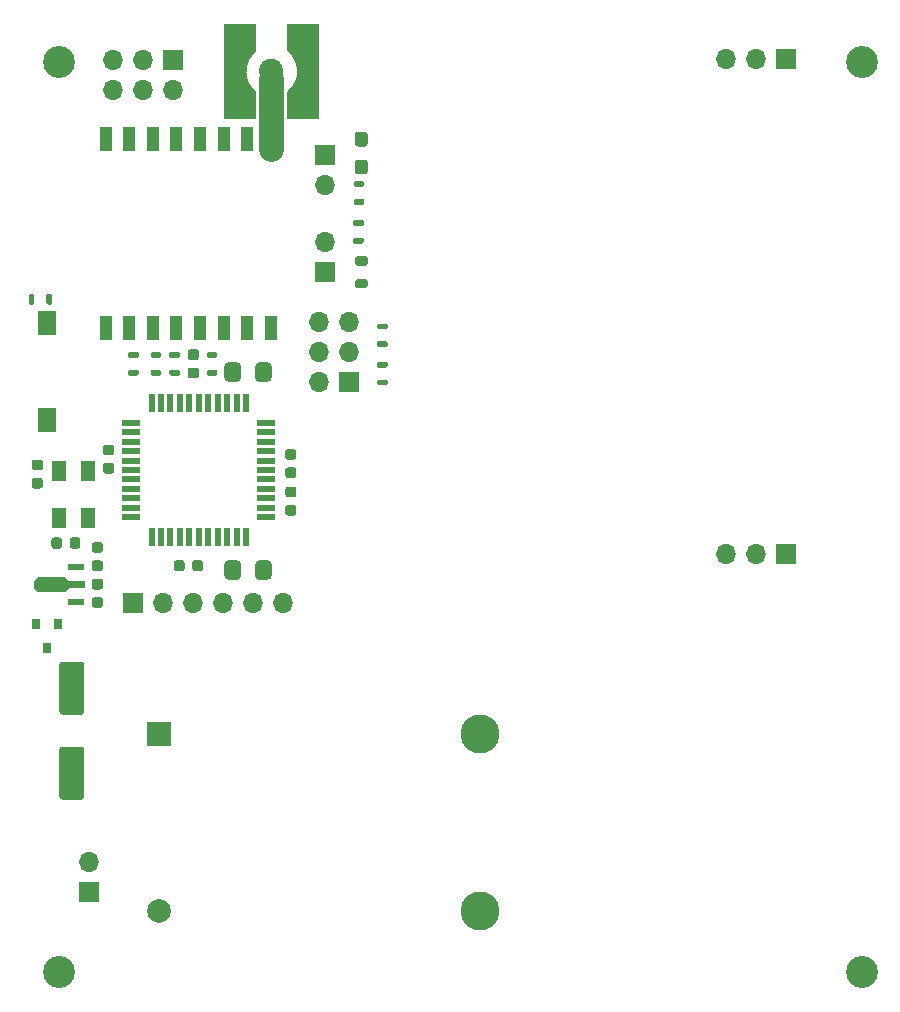
<source format=gbr>
%TF.GenerationSoftware,KiCad,Pcbnew,(5.1.10-1-10_14)*%
%TF.CreationDate,2021-08-31T00:30:18+02:00*%
%TF.ProjectId,mfm-v3-smd,6d666d2d-7633-42d7-936d-642e6b696361,rev?*%
%TF.SameCoordinates,Original*%
%TF.FileFunction,Soldermask,Top*%
%TF.FilePolarity,Negative*%
%FSLAX46Y46*%
G04 Gerber Fmt 4.6, Leading zero omitted, Abs format (unit mm)*
G04 Created by KiCad (PCBNEW (5.1.10-1-10_14)) date 2021-08-31 00:30:18*
%MOMM*%
%LPD*%
G01*
G04 APERTURE LIST*
%ADD10C,2.127000*%
%ADD11C,0.010000*%
%ADD12C,2.050000*%
%ADD13O,1.700000X1.700000*%
%ADD14R,1.700000X1.700000*%
%ADD15C,3.300000*%
%ADD16C,2.000000*%
%ADD17R,2.000000X2.000000*%
%ADD18R,0.800000X0.900000*%
%ADD19R,1.500000X0.550000*%
%ADD20R,0.550000X1.500000*%
%ADD21C,2.700000*%
%ADD22R,1.500000X2.000000*%
%ADD23R,1.200000X1.800000*%
%ADD24R,1.400000X0.480000*%
%ADD25C,0.100000*%
%ADD26R,1.000000X2.000000*%
G04 APERTURE END LIST*
D10*
X39807200Y-84836500D02*
X39807200Y-90742800D01*
D11*
%TO.C,J11*%
G36*
X41147200Y-80208300D02*
G01*
X43787200Y-80208300D01*
X43787200Y-88168300D01*
X41147200Y-88168300D01*
X41147200Y-85908300D01*
X41198694Y-85865368D01*
X41248030Y-85821719D01*
X41296076Y-85776654D01*
X41342791Y-85730210D01*
X41388135Y-85682427D01*
X41432071Y-85633346D01*
X41474560Y-85583007D01*
X41515567Y-85531454D01*
X41555058Y-85478730D01*
X41592998Y-85424880D01*
X41629356Y-85369949D01*
X41664101Y-85313984D01*
X41697203Y-85257032D01*
X41728635Y-85199141D01*
X41758370Y-85140361D01*
X41786383Y-85080740D01*
X41812650Y-85020330D01*
X41837149Y-84959182D01*
X41859859Y-84897347D01*
X41880761Y-84834878D01*
X41899837Y-84771827D01*
X41917072Y-84708248D01*
X41932449Y-84644195D01*
X41945958Y-84579721D01*
X41957585Y-84514882D01*
X41967322Y-84449732D01*
X41975160Y-84384327D01*
X41981092Y-84318721D01*
X41985113Y-84252970D01*
X41987200Y-84188300D01*
X41986273Y-84136576D01*
X41983332Y-84069217D01*
X41978433Y-84001971D01*
X41971580Y-83934896D01*
X41962779Y-83868049D01*
X41952038Y-83801487D01*
X41939366Y-83735264D01*
X41924773Y-83669439D01*
X41908271Y-83604065D01*
X41889875Y-83539200D01*
X41869601Y-83474896D01*
X41847464Y-83411210D01*
X41823485Y-83348195D01*
X41797683Y-83285903D01*
X41770080Y-83224388D01*
X41740700Y-83163703D01*
X41709567Y-83103897D01*
X41676708Y-83045022D01*
X41642150Y-82987128D01*
X41605923Y-82930263D01*
X41568058Y-82874476D01*
X41528586Y-82819814D01*
X41487541Y-82766323D01*
X41444958Y-82714049D01*
X41400872Y-82663035D01*
X41355321Y-82613325D01*
X41308344Y-82564961D01*
X41259980Y-82517983D01*
X41210269Y-82472432D01*
X41147200Y-82418300D01*
X41147200Y-80208300D01*
G37*
X41147200Y-80208300D02*
X43787200Y-80208300D01*
X43787200Y-88168300D01*
X41147200Y-88168300D01*
X41147200Y-85908300D01*
X41198694Y-85865368D01*
X41248030Y-85821719D01*
X41296076Y-85776654D01*
X41342791Y-85730210D01*
X41388135Y-85682427D01*
X41432071Y-85633346D01*
X41474560Y-85583007D01*
X41515567Y-85531454D01*
X41555058Y-85478730D01*
X41592998Y-85424880D01*
X41629356Y-85369949D01*
X41664101Y-85313984D01*
X41697203Y-85257032D01*
X41728635Y-85199141D01*
X41758370Y-85140361D01*
X41786383Y-85080740D01*
X41812650Y-85020330D01*
X41837149Y-84959182D01*
X41859859Y-84897347D01*
X41880761Y-84834878D01*
X41899837Y-84771827D01*
X41917072Y-84708248D01*
X41932449Y-84644195D01*
X41945958Y-84579721D01*
X41957585Y-84514882D01*
X41967322Y-84449732D01*
X41975160Y-84384327D01*
X41981092Y-84318721D01*
X41985113Y-84252970D01*
X41987200Y-84188300D01*
X41986273Y-84136576D01*
X41983332Y-84069217D01*
X41978433Y-84001971D01*
X41971580Y-83934896D01*
X41962779Y-83868049D01*
X41952038Y-83801487D01*
X41939366Y-83735264D01*
X41924773Y-83669439D01*
X41908271Y-83604065D01*
X41889875Y-83539200D01*
X41869601Y-83474896D01*
X41847464Y-83411210D01*
X41823485Y-83348195D01*
X41797683Y-83285903D01*
X41770080Y-83224388D01*
X41740700Y-83163703D01*
X41709567Y-83103897D01*
X41676708Y-83045022D01*
X41642150Y-82987128D01*
X41605923Y-82930263D01*
X41568058Y-82874476D01*
X41528586Y-82819814D01*
X41487541Y-82766323D01*
X41444958Y-82714049D01*
X41400872Y-82663035D01*
X41355321Y-82613325D01*
X41308344Y-82564961D01*
X41259980Y-82517983D01*
X41210269Y-82472432D01*
X41147200Y-82418300D01*
X41147200Y-80208300D01*
G36*
X38467200Y-80208300D02*
G01*
X35827200Y-80208300D01*
X35827200Y-88168300D01*
X38467200Y-88168300D01*
X38467200Y-85908300D01*
X38426130Y-85875063D01*
X38377211Y-85833283D01*
X38329529Y-85790098D01*
X38283123Y-85745544D01*
X38238032Y-85699659D01*
X38194295Y-85652483D01*
X38151949Y-85604054D01*
X38111029Y-85554414D01*
X38071570Y-85503605D01*
X38033605Y-85451670D01*
X37997167Y-85398652D01*
X37962287Y-85344597D01*
X37928993Y-85289551D01*
X37897315Y-85233559D01*
X37867278Y-85176670D01*
X37838909Y-85118932D01*
X37812231Y-85060392D01*
X37787267Y-85001102D01*
X37764038Y-84941110D01*
X37742564Y-84880468D01*
X37722862Y-84819228D01*
X37704950Y-84757440D01*
X37688843Y-84695157D01*
X37674554Y-84632433D01*
X37662095Y-84569319D01*
X37651477Y-84505870D01*
X37642709Y-84442138D01*
X37635799Y-84378179D01*
X37630751Y-84314045D01*
X37627200Y-84238300D01*
X37628185Y-84160018D01*
X37631194Y-84091101D01*
X37636206Y-84022301D01*
X37643217Y-83953676D01*
X37652221Y-83885284D01*
X37663210Y-83817183D01*
X37676176Y-83749430D01*
X37691106Y-83682083D01*
X37707989Y-83615198D01*
X37726810Y-83548833D01*
X37747554Y-83483044D01*
X37770202Y-83417885D01*
X37794735Y-83353413D01*
X37821134Y-83289682D01*
X37849375Y-83226745D01*
X37879434Y-83164657D01*
X37911286Y-83103469D01*
X37944905Y-83043233D01*
X37980261Y-82984001D01*
X38017326Y-82925822D01*
X38056066Y-82868745D01*
X38096450Y-82812820D01*
X38138444Y-82758092D01*
X38182012Y-82704610D01*
X38227117Y-82652417D01*
X38273720Y-82601557D01*
X38321784Y-82552075D01*
X38371266Y-82504012D01*
X38422125Y-82457408D01*
X38467200Y-82418300D01*
X38467200Y-80208300D01*
G37*
X38467200Y-80208300D02*
X35827200Y-80208300D01*
X35827200Y-88168300D01*
X38467200Y-88168300D01*
X38467200Y-85908300D01*
X38426130Y-85875063D01*
X38377211Y-85833283D01*
X38329529Y-85790098D01*
X38283123Y-85745544D01*
X38238032Y-85699659D01*
X38194295Y-85652483D01*
X38151949Y-85604054D01*
X38111029Y-85554414D01*
X38071570Y-85503605D01*
X38033605Y-85451670D01*
X37997167Y-85398652D01*
X37962287Y-85344597D01*
X37928993Y-85289551D01*
X37897315Y-85233559D01*
X37867278Y-85176670D01*
X37838909Y-85118932D01*
X37812231Y-85060392D01*
X37787267Y-85001102D01*
X37764038Y-84941110D01*
X37742564Y-84880468D01*
X37722862Y-84819228D01*
X37704950Y-84757440D01*
X37688843Y-84695157D01*
X37674554Y-84632433D01*
X37662095Y-84569319D01*
X37651477Y-84505870D01*
X37642709Y-84442138D01*
X37635799Y-84378179D01*
X37630751Y-84314045D01*
X37627200Y-84238300D01*
X37628185Y-84160018D01*
X37631194Y-84091101D01*
X37636206Y-84022301D01*
X37643217Y-83953676D01*
X37652221Y-83885284D01*
X37663210Y-83817183D01*
X37676176Y-83749430D01*
X37691106Y-83682083D01*
X37707989Y-83615198D01*
X37726810Y-83548833D01*
X37747554Y-83483044D01*
X37770202Y-83417885D01*
X37794735Y-83353413D01*
X37821134Y-83289682D01*
X37849375Y-83226745D01*
X37879434Y-83164657D01*
X37911286Y-83103469D01*
X37944905Y-83043233D01*
X37980261Y-82984001D01*
X38017326Y-82925822D01*
X38056066Y-82868745D01*
X38096450Y-82812820D01*
X38138444Y-82758092D01*
X38182012Y-82704610D01*
X38227117Y-82652417D01*
X38273720Y-82601557D01*
X38321784Y-82552075D01*
X38371266Y-82504012D01*
X38422125Y-82457408D01*
X38467200Y-82418300D01*
X38467200Y-80208300D01*
%TD*%
%TO.C,C10*%
G36*
G01*
X38446000Y-126903500D02*
X38446000Y-125953500D01*
G75*
G02*
X38796000Y-125603500I350000J0D01*
G01*
X39496000Y-125603500D01*
G75*
G02*
X39846000Y-125953500I0J-350000D01*
G01*
X39846000Y-126903500D01*
G75*
G02*
X39496000Y-127253500I-350000J0D01*
G01*
X38796000Y-127253500D01*
G75*
G02*
X38446000Y-126903500I0J350000D01*
G01*
G37*
G36*
G01*
X35846000Y-126903500D02*
X35846000Y-125953500D01*
G75*
G02*
X36196000Y-125603500I350000J0D01*
G01*
X36896000Y-125603500D01*
G75*
G02*
X37246000Y-125953500I0J-350000D01*
G01*
X37246000Y-126903500D01*
G75*
G02*
X36896000Y-127253500I-350000J0D01*
G01*
X36196000Y-127253500D01*
G75*
G02*
X35846000Y-126903500I0J350000D01*
G01*
G37*
%TD*%
%TO.C,C5*%
G36*
G01*
X37246000Y-109189500D02*
X37246000Y-110139500D01*
G75*
G02*
X36896000Y-110489500I-350000J0D01*
G01*
X36196000Y-110489500D01*
G75*
G02*
X35846000Y-110139500I0J350000D01*
G01*
X35846000Y-109189500D01*
G75*
G02*
X36196000Y-108839500I350000J0D01*
G01*
X36896000Y-108839500D01*
G75*
G02*
X37246000Y-109189500I0J-350000D01*
G01*
G37*
G36*
G01*
X39846000Y-109189500D02*
X39846000Y-110139500D01*
G75*
G02*
X39496000Y-110489500I-350000J0D01*
G01*
X38796000Y-110489500D01*
G75*
G02*
X38446000Y-110139500I0J350000D01*
G01*
X38446000Y-109189500D01*
G75*
G02*
X38796000Y-108839500I350000J0D01*
G01*
X39496000Y-108839500D01*
G75*
G02*
X39846000Y-109189500I0J-350000D01*
G01*
G37*
%TD*%
%TO.C,R6*%
G36*
G01*
X48887500Y-110291500D02*
X49537500Y-110291500D01*
G75*
G02*
X49662500Y-110416500I0J-125000D01*
G01*
X49662500Y-110666500D01*
G75*
G02*
X49537500Y-110791500I-125000J0D01*
G01*
X48887500Y-110791500D01*
G75*
G02*
X48762500Y-110666500I0J125000D01*
G01*
X48762500Y-110416500D01*
G75*
G02*
X48887500Y-110291500I125000J0D01*
G01*
G37*
G36*
G01*
X48887500Y-108791500D02*
X49537500Y-108791500D01*
G75*
G02*
X49662500Y-108916500I0J-125000D01*
G01*
X49662500Y-109166500D01*
G75*
G02*
X49537500Y-109291500I-125000J0D01*
G01*
X48887500Y-109291500D01*
G75*
G02*
X48762500Y-109166500I0J125000D01*
G01*
X48762500Y-108916500D01*
G75*
G02*
X48887500Y-108791500I125000J0D01*
G01*
G37*
%TD*%
%TO.C,R3*%
G36*
G01*
X34473000Y-107966000D02*
X35123000Y-107966000D01*
G75*
G02*
X35248000Y-108091000I0J-125000D01*
G01*
X35248000Y-108341000D01*
G75*
G02*
X35123000Y-108466000I-125000J0D01*
G01*
X34473000Y-108466000D01*
G75*
G02*
X34348000Y-108341000I0J125000D01*
G01*
X34348000Y-108091000D01*
G75*
G02*
X34473000Y-107966000I125000J0D01*
G01*
G37*
G36*
G01*
X34473000Y-109466000D02*
X35123000Y-109466000D01*
G75*
G02*
X35248000Y-109591000I0J-125000D01*
G01*
X35248000Y-109841000D01*
G75*
G02*
X35123000Y-109966000I-125000J0D01*
G01*
X34473000Y-109966000D01*
G75*
G02*
X34348000Y-109841000I0J125000D01*
G01*
X34348000Y-109591000D01*
G75*
G02*
X34473000Y-109466000I125000J0D01*
G01*
G37*
%TD*%
D12*
%TO.C,J11*%
X39807200Y-84137500D03*
%TD*%
D13*
%TO.C,J5*%
X78295500Y-83121500D03*
X80835500Y-83121500D03*
D14*
X83375500Y-83121500D03*
%TD*%
D15*
%TO.C,BT1*%
X57454500Y-140335000D03*
X57454500Y-155325000D03*
D16*
X30289500Y-155325000D03*
D17*
X30289500Y-140335000D03*
%TD*%
D18*
%TO.C,Q1*%
X20828000Y-133016500D03*
X19878000Y-131016500D03*
X21778000Y-131016500D03*
%TD*%
%TO.C,C7*%
G36*
G01*
X22740500Y-124392500D02*
X22740500Y-123892500D01*
G75*
G02*
X22965500Y-123667500I225000J0D01*
G01*
X23415500Y-123667500D01*
G75*
G02*
X23640500Y-123892500I0J-225000D01*
G01*
X23640500Y-124392500D01*
G75*
G02*
X23415500Y-124617500I-225000J0D01*
G01*
X22965500Y-124617500D01*
G75*
G02*
X22740500Y-124392500I0J225000D01*
G01*
G37*
G36*
G01*
X21190500Y-124392500D02*
X21190500Y-123892500D01*
G75*
G02*
X21415500Y-123667500I225000J0D01*
G01*
X21865500Y-123667500D01*
G75*
G02*
X22090500Y-123892500I0J-225000D01*
G01*
X22090500Y-124392500D01*
G75*
G02*
X21865500Y-124617500I-225000J0D01*
G01*
X21415500Y-124617500D01*
G75*
G02*
X21190500Y-124392500I0J225000D01*
G01*
G37*
%TD*%
D19*
%TO.C,U3*%
X27975000Y-113956500D03*
X27975000Y-114756500D03*
X27975000Y-115556500D03*
X27975000Y-116356500D03*
X27975000Y-117156500D03*
X27975000Y-117956500D03*
X27975000Y-118756500D03*
X27975000Y-119556500D03*
X27975000Y-120356500D03*
X27975000Y-121156500D03*
X27975000Y-121956500D03*
D20*
X29675000Y-123656500D03*
X30475000Y-123656500D03*
X31275000Y-123656500D03*
X32075000Y-123656500D03*
X32875000Y-123656500D03*
X33675000Y-123656500D03*
X34475000Y-123656500D03*
X35275000Y-123656500D03*
X36075000Y-123656500D03*
X36875000Y-123656500D03*
X37675000Y-123656500D03*
D19*
X39375000Y-121956500D03*
X39375000Y-121156500D03*
X39375000Y-120356500D03*
X39375000Y-119556500D03*
X39375000Y-118756500D03*
X39375000Y-117956500D03*
X39375000Y-117156500D03*
X39375000Y-116356500D03*
X39375000Y-115556500D03*
X39375000Y-114756500D03*
X39375000Y-113956500D03*
D20*
X37675000Y-112256500D03*
X36875000Y-112256500D03*
X36075000Y-112256500D03*
X35275000Y-112256500D03*
X34475000Y-112256500D03*
X33675000Y-112256500D03*
X32875000Y-112256500D03*
X32075000Y-112256500D03*
X31275000Y-112256500D03*
X30475000Y-112256500D03*
X29675000Y-112256500D03*
%TD*%
D13*
%TO.C,SW4*%
X44323000Y-98615500D03*
D14*
X44323000Y-101155500D03*
%TD*%
D13*
%TO.C,SW3*%
X44323000Y-93789500D03*
D14*
X44323000Y-91249500D03*
%TD*%
D13*
%TO.C,SW1*%
X24384000Y-151130000D03*
D14*
X24384000Y-153670000D03*
%TD*%
D13*
%TO.C,J10*%
X26416000Y-85788500D03*
X26416000Y-83248500D03*
X28956000Y-85788500D03*
X28956000Y-83248500D03*
X31496000Y-85788500D03*
D14*
X31496000Y-83248500D03*
%TD*%
D13*
%TO.C,J7*%
X43890000Y-105385500D03*
X46430000Y-105385500D03*
X43890000Y-107925500D03*
X46430000Y-107925500D03*
X43890000Y-110465500D03*
D14*
X46430000Y-110465500D03*
%TD*%
%TO.C,C11*%
G36*
G01*
X41702500Y-118636500D02*
X41202500Y-118636500D01*
G75*
G02*
X40977500Y-118411500I0J225000D01*
G01*
X40977500Y-117961500D01*
G75*
G02*
X41202500Y-117736500I225000J0D01*
G01*
X41702500Y-117736500D01*
G75*
G02*
X41927500Y-117961500I0J-225000D01*
G01*
X41927500Y-118411500D01*
G75*
G02*
X41702500Y-118636500I-225000J0D01*
G01*
G37*
G36*
G01*
X41702500Y-117086500D02*
X41202500Y-117086500D01*
G75*
G02*
X40977500Y-116861500I0J225000D01*
G01*
X40977500Y-116411500D01*
G75*
G02*
X41202500Y-116186500I225000J0D01*
G01*
X41702500Y-116186500D01*
G75*
G02*
X41927500Y-116411500I0J-225000D01*
G01*
X41927500Y-116861500D01*
G75*
G02*
X41702500Y-117086500I-225000J0D01*
G01*
G37*
%TD*%
%TO.C,C9*%
G36*
G01*
X32960500Y-109291000D02*
X33460500Y-109291000D01*
G75*
G02*
X33685500Y-109516000I0J-225000D01*
G01*
X33685500Y-109966000D01*
G75*
G02*
X33460500Y-110191000I-225000J0D01*
G01*
X32960500Y-110191000D01*
G75*
G02*
X32735500Y-109966000I0J225000D01*
G01*
X32735500Y-109516000D01*
G75*
G02*
X32960500Y-109291000I225000J0D01*
G01*
G37*
G36*
G01*
X32960500Y-107741000D02*
X33460500Y-107741000D01*
G75*
G02*
X33685500Y-107966000I0J-225000D01*
G01*
X33685500Y-108416000D01*
G75*
G02*
X33460500Y-108641000I-225000J0D01*
G01*
X32960500Y-108641000D01*
G75*
G02*
X32735500Y-108416000I0J225000D01*
G01*
X32735500Y-107966000D01*
G75*
G02*
X32960500Y-107741000I225000J0D01*
G01*
G37*
%TD*%
%TO.C,C8*%
G36*
G01*
X20252500Y-117975500D02*
X19752500Y-117975500D01*
G75*
G02*
X19527500Y-117750500I0J225000D01*
G01*
X19527500Y-117300500D01*
G75*
G02*
X19752500Y-117075500I225000J0D01*
G01*
X20252500Y-117075500D01*
G75*
G02*
X20477500Y-117300500I0J-225000D01*
G01*
X20477500Y-117750500D01*
G75*
G02*
X20252500Y-117975500I-225000J0D01*
G01*
G37*
G36*
G01*
X20252500Y-119525500D02*
X19752500Y-119525500D01*
G75*
G02*
X19527500Y-119300500I0J225000D01*
G01*
X19527500Y-118850500D01*
G75*
G02*
X19752500Y-118625500I225000J0D01*
G01*
X20252500Y-118625500D01*
G75*
G02*
X20477500Y-118850500I0J-225000D01*
G01*
X20477500Y-119300500D01*
G75*
G02*
X20252500Y-119525500I-225000J0D01*
G01*
G37*
%TD*%
%TO.C,C2*%
G36*
G01*
X24832500Y-125610500D02*
X25332500Y-125610500D01*
G75*
G02*
X25557500Y-125835500I0J-225000D01*
G01*
X25557500Y-126285500D01*
G75*
G02*
X25332500Y-126510500I-225000J0D01*
G01*
X24832500Y-126510500D01*
G75*
G02*
X24607500Y-126285500I0J225000D01*
G01*
X24607500Y-125835500D01*
G75*
G02*
X24832500Y-125610500I225000J0D01*
G01*
G37*
G36*
G01*
X24832500Y-124060500D02*
X25332500Y-124060500D01*
G75*
G02*
X25557500Y-124285500I0J-225000D01*
G01*
X25557500Y-124735500D01*
G75*
G02*
X25332500Y-124960500I-225000J0D01*
G01*
X24832500Y-124960500D01*
G75*
G02*
X24607500Y-124735500I0J225000D01*
G01*
X24607500Y-124285500D01*
G75*
G02*
X24832500Y-124060500I225000J0D01*
G01*
G37*
%TD*%
%TO.C,C1*%
G36*
G01*
X25332500Y-128072000D02*
X24832500Y-128072000D01*
G75*
G02*
X24607500Y-127847000I0J225000D01*
G01*
X24607500Y-127397000D01*
G75*
G02*
X24832500Y-127172000I225000J0D01*
G01*
X25332500Y-127172000D01*
G75*
G02*
X25557500Y-127397000I0J-225000D01*
G01*
X25557500Y-127847000D01*
G75*
G02*
X25332500Y-128072000I-225000J0D01*
G01*
G37*
G36*
G01*
X25332500Y-129622000D02*
X24832500Y-129622000D01*
G75*
G02*
X24607500Y-129397000I0J225000D01*
G01*
X24607500Y-128947000D01*
G75*
G02*
X24832500Y-128722000I225000J0D01*
G01*
X25332500Y-128722000D01*
G75*
G02*
X25557500Y-128947000I0J-225000D01*
G01*
X25557500Y-129397000D01*
G75*
G02*
X25332500Y-129622000I-225000J0D01*
G01*
G37*
%TD*%
%TO.C,J9*%
X28117800Y-129209800D03*
D13*
X30657800Y-129209800D03*
X33197800Y-129209800D03*
X35737800Y-129209800D03*
X38277800Y-129209800D03*
X40817800Y-129209800D03*
%TD*%
%TO.C,C3*%
G36*
G01*
X31566400Y-126310200D02*
X31566400Y-125810200D01*
G75*
G02*
X31791400Y-125585200I225000J0D01*
G01*
X32241400Y-125585200D01*
G75*
G02*
X32466400Y-125810200I0J-225000D01*
G01*
X32466400Y-126310200D01*
G75*
G02*
X32241400Y-126535200I-225000J0D01*
G01*
X31791400Y-126535200D01*
G75*
G02*
X31566400Y-126310200I0J225000D01*
G01*
G37*
G36*
G01*
X33116400Y-126310200D02*
X33116400Y-125810200D01*
G75*
G02*
X33341400Y-125585200I225000J0D01*
G01*
X33791400Y-125585200D01*
G75*
G02*
X34016400Y-125810200I0J-225000D01*
G01*
X34016400Y-126310200D01*
G75*
G02*
X33791400Y-126535200I-225000J0D01*
G01*
X33341400Y-126535200D01*
G75*
G02*
X33116400Y-126310200I0J225000D01*
G01*
G37*
%TD*%
%TO.C,C4*%
G36*
G01*
X26285000Y-116705500D02*
X25785000Y-116705500D01*
G75*
G02*
X25560000Y-116480500I0J225000D01*
G01*
X25560000Y-116030500D01*
G75*
G02*
X25785000Y-115805500I225000J0D01*
G01*
X26285000Y-115805500D01*
G75*
G02*
X26510000Y-116030500I0J-225000D01*
G01*
X26510000Y-116480500D01*
G75*
G02*
X26285000Y-116705500I-225000J0D01*
G01*
G37*
G36*
G01*
X26285000Y-118255500D02*
X25785000Y-118255500D01*
G75*
G02*
X25560000Y-118030500I0J225000D01*
G01*
X25560000Y-117580500D01*
G75*
G02*
X25785000Y-117355500I225000J0D01*
G01*
X26285000Y-117355500D01*
G75*
G02*
X26510000Y-117580500I0J-225000D01*
G01*
X26510000Y-118030500D01*
G75*
G02*
X26285000Y-118255500I-225000J0D01*
G01*
G37*
%TD*%
%TO.C,C6*%
G36*
G01*
X41715500Y-121811500D02*
X41215500Y-121811500D01*
G75*
G02*
X40990500Y-121586500I0J225000D01*
G01*
X40990500Y-121136500D01*
G75*
G02*
X41215500Y-120911500I225000J0D01*
G01*
X41715500Y-120911500D01*
G75*
G02*
X41940500Y-121136500I0J-225000D01*
G01*
X41940500Y-121586500D01*
G75*
G02*
X41715500Y-121811500I-225000J0D01*
G01*
G37*
G36*
G01*
X41715500Y-120261500D02*
X41215500Y-120261500D01*
G75*
G02*
X40990500Y-120036500I0J225000D01*
G01*
X40990500Y-119586500D01*
G75*
G02*
X41215500Y-119361500I225000J0D01*
G01*
X41715500Y-119361500D01*
G75*
G02*
X41940500Y-119586500I0J-225000D01*
G01*
X41940500Y-120036500D01*
G75*
G02*
X41715500Y-120261500I-225000J0D01*
G01*
G37*
%TD*%
%TO.C,C12*%
G36*
G01*
X22123499Y-134167500D02*
X23723501Y-134167500D01*
G75*
G02*
X23973500Y-134417499I0J-249999D01*
G01*
X23973500Y-138417501D01*
G75*
G02*
X23723501Y-138667500I-249999J0D01*
G01*
X22123499Y-138667500D01*
G75*
G02*
X21873500Y-138417501I0J249999D01*
G01*
X21873500Y-134417499D01*
G75*
G02*
X22123499Y-134167500I249999J0D01*
G01*
G37*
G36*
G01*
X22123499Y-141367500D02*
X23723501Y-141367500D01*
G75*
G02*
X23973500Y-141617499I0J-249999D01*
G01*
X23973500Y-145617501D01*
G75*
G02*
X23723501Y-145867500I-249999J0D01*
G01*
X22123499Y-145867500D01*
G75*
G02*
X21873500Y-145617501I0J249999D01*
G01*
X21873500Y-141617499D01*
G75*
G02*
X22123499Y-141367500I249999J0D01*
G01*
G37*
%TD*%
D21*
%TO.C,H1*%
X89865200Y-83439000D03*
%TD*%
%TO.C,H2*%
X89865200Y-160451800D03*
%TD*%
%TO.C,H3*%
X21869400Y-83413600D03*
%TD*%
%TO.C,H4*%
X21869400Y-160451800D03*
%TD*%
D14*
%TO.C,J6*%
X83375500Y-125031500D03*
D13*
X80835500Y-125031500D03*
X78295500Y-125031500D03*
%TD*%
D22*
%TO.C,SW2*%
X20828000Y-105501000D03*
X20828000Y-113701000D03*
%TD*%
D23*
%TO.C,Y1*%
X24250500Y-122015000D03*
X24250500Y-118015000D03*
X21850500Y-118015000D03*
X21850500Y-122015000D03*
%TD*%
%TO.C,D1*%
G36*
G01*
X47159500Y-89322500D02*
X47709500Y-89322500D01*
G75*
G02*
X47984500Y-89597500I0J-275000D01*
G01*
X47984500Y-90297500D01*
G75*
G02*
X47709500Y-90572500I-275000J0D01*
G01*
X47159500Y-90572500D01*
G75*
G02*
X46884500Y-90297500I0J275000D01*
G01*
X46884500Y-89597500D01*
G75*
G02*
X47159500Y-89322500I275000J0D01*
G01*
G37*
G36*
G01*
X47159500Y-91672500D02*
X47709500Y-91672500D01*
G75*
G02*
X47984500Y-91947500I0J-275000D01*
G01*
X47984500Y-92647500D01*
G75*
G02*
X47709500Y-92922500I-275000J0D01*
G01*
X47159500Y-92922500D01*
G75*
G02*
X46884500Y-92647500I0J275000D01*
G01*
X46884500Y-91947500D01*
G75*
G02*
X47159500Y-91672500I275000J0D01*
G01*
G37*
%TD*%
%TO.C,D2*%
G36*
G01*
X47784500Y-102569000D02*
X47084500Y-102569000D01*
G75*
G02*
X46884500Y-102369000I0J200000D01*
G01*
X46884500Y-101969000D01*
G75*
G02*
X47084500Y-101769000I200000J0D01*
G01*
X47784500Y-101769000D01*
G75*
G02*
X47984500Y-101969000I0J-200000D01*
G01*
X47984500Y-102369000D01*
G75*
G02*
X47784500Y-102569000I-200000J0D01*
G01*
G37*
G36*
G01*
X47784500Y-100669000D02*
X47084500Y-100669000D01*
G75*
G02*
X46884500Y-100469000I0J200000D01*
G01*
X46884500Y-100069000D01*
G75*
G02*
X47084500Y-99869000I200000J0D01*
G01*
X47784500Y-99869000D01*
G75*
G02*
X47984500Y-100069000I0J-200000D01*
G01*
X47984500Y-100469000D01*
G75*
G02*
X47784500Y-100669000I-200000J0D01*
G01*
G37*
%TD*%
%TO.C,R1*%
G36*
G01*
X47569000Y-95488000D02*
X46919000Y-95488000D01*
G75*
G02*
X46794000Y-95363000I0J125000D01*
G01*
X46794000Y-95113000D01*
G75*
G02*
X46919000Y-94988000I125000J0D01*
G01*
X47569000Y-94988000D01*
G75*
G02*
X47694000Y-95113000I0J-125000D01*
G01*
X47694000Y-95363000D01*
G75*
G02*
X47569000Y-95488000I-125000J0D01*
G01*
G37*
G36*
G01*
X47569000Y-93988000D02*
X46919000Y-93988000D01*
G75*
G02*
X46794000Y-93863000I0J125000D01*
G01*
X46794000Y-93613000D01*
G75*
G02*
X46919000Y-93488000I125000J0D01*
G01*
X47569000Y-93488000D01*
G75*
G02*
X47694000Y-93613000I0J-125000D01*
G01*
X47694000Y-93863000D01*
G75*
G02*
X47569000Y-93988000I-125000J0D01*
G01*
G37*
%TD*%
%TO.C,R2*%
G36*
G01*
X46855500Y-98290000D02*
X47505500Y-98290000D01*
G75*
G02*
X47630500Y-98415000I0J-125000D01*
G01*
X47630500Y-98665000D01*
G75*
G02*
X47505500Y-98790000I-125000J0D01*
G01*
X46855500Y-98790000D01*
G75*
G02*
X46730500Y-98665000I0J125000D01*
G01*
X46730500Y-98415000D01*
G75*
G02*
X46855500Y-98290000I125000J0D01*
G01*
G37*
G36*
G01*
X46855500Y-96790000D02*
X47505500Y-96790000D01*
G75*
G02*
X47630500Y-96915000I0J-125000D01*
G01*
X47630500Y-97165000D01*
G75*
G02*
X47505500Y-97290000I-125000J0D01*
G01*
X46855500Y-97290000D01*
G75*
G02*
X46730500Y-97165000I0J125000D01*
G01*
X46730500Y-96915000D01*
G75*
G02*
X46855500Y-96790000I125000J0D01*
G01*
G37*
%TD*%
%TO.C,R4*%
G36*
G01*
X19756500Y-103180000D02*
X19756500Y-103830000D01*
G75*
G02*
X19631500Y-103955000I-125000J0D01*
G01*
X19381500Y-103955000D01*
G75*
G02*
X19256500Y-103830000I0J125000D01*
G01*
X19256500Y-103180000D01*
G75*
G02*
X19381500Y-103055000I125000J0D01*
G01*
X19631500Y-103055000D01*
G75*
G02*
X19756500Y-103180000I0J-125000D01*
G01*
G37*
G36*
G01*
X21256500Y-103180000D02*
X21256500Y-103830000D01*
G75*
G02*
X21131500Y-103955000I-125000J0D01*
G01*
X20881500Y-103955000D01*
G75*
G02*
X20756500Y-103830000I0J125000D01*
G01*
X20756500Y-103180000D01*
G75*
G02*
X20881500Y-103055000I125000J0D01*
G01*
X21131500Y-103055000D01*
G75*
G02*
X21256500Y-103180000I0J-125000D01*
G01*
G37*
%TD*%
%TO.C,R5*%
G36*
G01*
X31948000Y-109966000D02*
X31298000Y-109966000D01*
G75*
G02*
X31173000Y-109841000I0J125000D01*
G01*
X31173000Y-109591000D01*
G75*
G02*
X31298000Y-109466000I125000J0D01*
G01*
X31948000Y-109466000D01*
G75*
G02*
X32073000Y-109591000I0J-125000D01*
G01*
X32073000Y-109841000D01*
G75*
G02*
X31948000Y-109966000I-125000J0D01*
G01*
G37*
G36*
G01*
X31948000Y-108466000D02*
X31298000Y-108466000D01*
G75*
G02*
X31173000Y-108341000I0J125000D01*
G01*
X31173000Y-108091000D01*
G75*
G02*
X31298000Y-107966000I125000J0D01*
G01*
X31948000Y-107966000D01*
G75*
G02*
X32073000Y-108091000I0J-125000D01*
G01*
X32073000Y-108341000D01*
G75*
G02*
X31948000Y-108466000I-125000J0D01*
G01*
G37*
%TD*%
%TO.C,R7*%
G36*
G01*
X30360500Y-109966000D02*
X29710500Y-109966000D01*
G75*
G02*
X29585500Y-109841000I0J125000D01*
G01*
X29585500Y-109591000D01*
G75*
G02*
X29710500Y-109466000I125000J0D01*
G01*
X30360500Y-109466000D01*
G75*
G02*
X30485500Y-109591000I0J-125000D01*
G01*
X30485500Y-109841000D01*
G75*
G02*
X30360500Y-109966000I-125000J0D01*
G01*
G37*
G36*
G01*
X30360500Y-108466000D02*
X29710500Y-108466000D01*
G75*
G02*
X29585500Y-108341000I0J125000D01*
G01*
X29585500Y-108091000D01*
G75*
G02*
X29710500Y-107966000I125000J0D01*
G01*
X30360500Y-107966000D01*
G75*
G02*
X30485500Y-108091000I0J-125000D01*
G01*
X30485500Y-108341000D01*
G75*
G02*
X30360500Y-108466000I-125000J0D01*
G01*
G37*
%TD*%
%TO.C,R8*%
G36*
G01*
X28455500Y-108466000D02*
X27805500Y-108466000D01*
G75*
G02*
X27680500Y-108341000I0J125000D01*
G01*
X27680500Y-108091000D01*
G75*
G02*
X27805500Y-107966000I125000J0D01*
G01*
X28455500Y-107966000D01*
G75*
G02*
X28580500Y-108091000I0J-125000D01*
G01*
X28580500Y-108341000D01*
G75*
G02*
X28455500Y-108466000I-125000J0D01*
G01*
G37*
G36*
G01*
X28455500Y-109966000D02*
X27805500Y-109966000D01*
G75*
G02*
X27680500Y-109841000I0J125000D01*
G01*
X27680500Y-109591000D01*
G75*
G02*
X27805500Y-109466000I125000J0D01*
G01*
X28455500Y-109466000D01*
G75*
G02*
X28580500Y-109591000I0J-125000D01*
G01*
X28580500Y-109841000D01*
G75*
G02*
X28455500Y-109966000I-125000J0D01*
G01*
G37*
%TD*%
%TO.C,R9*%
G36*
G01*
X48887500Y-105552500D02*
X49537500Y-105552500D01*
G75*
G02*
X49662500Y-105677500I0J-125000D01*
G01*
X49662500Y-105927500D01*
G75*
G02*
X49537500Y-106052500I-125000J0D01*
G01*
X48887500Y-106052500D01*
G75*
G02*
X48762500Y-105927500I0J125000D01*
G01*
X48762500Y-105677500D01*
G75*
G02*
X48887500Y-105552500I125000J0D01*
G01*
G37*
G36*
G01*
X48887500Y-107052500D02*
X49537500Y-107052500D01*
G75*
G02*
X49662500Y-107177500I0J-125000D01*
G01*
X49662500Y-107427500D01*
G75*
G02*
X49537500Y-107552500I-125000J0D01*
G01*
X48887500Y-107552500D01*
G75*
G02*
X48762500Y-107427500I0J125000D01*
G01*
X48762500Y-107177500D01*
G75*
G02*
X48887500Y-107052500I125000J0D01*
G01*
G37*
%TD*%
D24*
%TO.C,U1*%
X23303500Y-129135000D03*
X23303500Y-126135000D03*
D25*
G36*
X20091805Y-128280939D02*
G01*
X20082426Y-128278094D01*
X20073781Y-128273473D01*
X20067229Y-128268251D01*
X19724329Y-127944401D01*
X19717897Y-127937005D01*
X19713031Y-127928496D01*
X19709919Y-127919201D01*
X19708660Y-127908050D01*
X19708660Y-127372110D01*
X19709621Y-127362355D01*
X19712466Y-127352976D01*
X19717087Y-127344331D01*
X19722413Y-127337669D01*
X20037373Y-127006199D01*
X20044789Y-126999789D01*
X20053313Y-126994950D01*
X20062617Y-126991866D01*
X20073620Y-126990640D01*
X22293580Y-126990640D01*
X22303335Y-126991601D01*
X22312714Y-126994446D01*
X22321359Y-126999067D01*
X22328935Y-127005285D01*
X22646435Y-127322785D01*
X22652653Y-127330361D01*
X22657274Y-127339006D01*
X22660119Y-127348385D01*
X22660771Y-127355000D01*
X24003500Y-127355000D01*
X24003500Y-127915000D01*
X22660536Y-127915000D01*
X22660249Y-127918399D01*
X22657533Y-127927817D01*
X22653032Y-127936524D01*
X22647138Y-127943958D01*
X22337258Y-128266538D01*
X22329808Y-128272907D01*
X22321258Y-128277701D01*
X22311937Y-128280734D01*
X22301200Y-128281900D01*
X20101560Y-128281900D01*
X20091805Y-128280939D01*
G37*
%TD*%
D26*
%TO.C,U2*%
X25781800Y-105895200D03*
X27781800Y-105895200D03*
X29781800Y-105895200D03*
X31781800Y-105895200D03*
X33781800Y-105895200D03*
X35781800Y-105895200D03*
X37781800Y-105895200D03*
X39781800Y-105895200D03*
X39781800Y-89895200D03*
X37781800Y-89895200D03*
X35781800Y-89895200D03*
X33781800Y-89895200D03*
X31781800Y-89895200D03*
X29781800Y-89895200D03*
X27781800Y-89895200D03*
X25781800Y-89895200D03*
%TD*%
M02*

</source>
